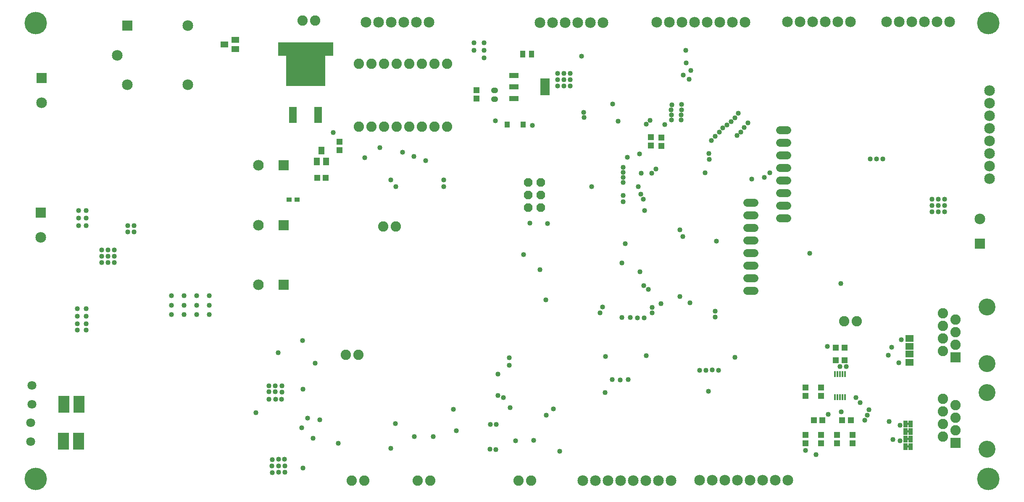
<source format=gbr>
G04 EAGLE Gerber RS-274X export*
G75*
%MOMM*%
%FSLAX34Y34*%
%LPD*%
%INSoldermask Bottom*%
%IPPOS*%
%AMOC8*
5,1,8,0,0,1.08239X$1,22.5*%
G01*
%ADD10R,1.303200X1.203200*%
%ADD11R,1.203200X1.303200*%
%ADD12P,1.897646X8X112.500000*%
%ADD13C,2.082800*%
%ADD14R,2.082800X2.082800*%
%ADD15C,3.403200*%
%ADD16C,1.803400*%
%ADD17R,2.153200X2.153200*%
%ADD18C,2.153200*%
%ADD19R,0.838200X1.473200*%
%ADD20R,1.603200X1.203200*%
%ADD21R,1.498600X3.302000*%
%ADD22R,1.203200X1.603200*%
%ADD23C,2.133600*%
%ADD24R,2.133600X2.133600*%
%ADD25C,1.625600*%
%ADD26R,0.453200X1.303200*%
%ADD27C,0.925344*%
%ADD28R,1.003200X1.403200*%
%ADD29R,1.102359X1.224281*%
%ADD30R,1.963200X1.133200*%
%ADD31R,1.963200X3.393200*%
%ADD32R,2.235200X3.378200*%
%ADD33R,1.103200X0.903200*%
%ADD34C,1.016000*%
%ADD35C,4.519200*%

G36*
X623381Y833513D02*
X623381Y833513D01*
X623447Y833515D01*
X623490Y833533D01*
X623537Y833541D01*
X623594Y833575D01*
X623654Y833600D01*
X623689Y833631D01*
X623730Y833656D01*
X623772Y833707D01*
X623820Y833751D01*
X623842Y833793D01*
X623871Y833830D01*
X623892Y833892D01*
X623923Y833951D01*
X623931Y834005D01*
X623943Y834042D01*
X623942Y834082D01*
X623950Y834136D01*
X623950Y894462D01*
X639064Y894462D01*
X639129Y894473D01*
X639195Y894475D01*
X639238Y894493D01*
X639285Y894501D01*
X639342Y894535D01*
X639402Y894560D01*
X639437Y894591D01*
X639478Y894616D01*
X639520Y894667D01*
X639568Y894711D01*
X639590Y894753D01*
X639619Y894790D01*
X639640Y894852D01*
X639671Y894911D01*
X639679Y894965D01*
X639691Y895002D01*
X639690Y895042D01*
X639698Y895096D01*
X639698Y920496D01*
X639687Y920561D01*
X639685Y920627D01*
X639667Y920670D01*
X639659Y920717D01*
X639625Y920774D01*
X639600Y920834D01*
X639569Y920869D01*
X639544Y920910D01*
X639493Y920952D01*
X639449Y921000D01*
X639407Y921022D01*
X639370Y921051D01*
X639308Y921072D01*
X639249Y921103D01*
X639195Y921111D01*
X639158Y921123D01*
X639118Y921122D01*
X639064Y921130D01*
X529336Y921130D01*
X529271Y921119D01*
X529205Y921117D01*
X529162Y921099D01*
X529115Y921091D01*
X529058Y921057D01*
X528998Y921032D01*
X528963Y921001D01*
X528922Y920976D01*
X528881Y920925D01*
X528832Y920881D01*
X528810Y920839D01*
X528781Y920802D01*
X528760Y920740D01*
X528729Y920681D01*
X528721Y920627D01*
X528709Y920590D01*
X528710Y920550D01*
X528702Y920496D01*
X528702Y894588D01*
X528713Y894523D01*
X528715Y894457D01*
X528733Y894414D01*
X528741Y894367D01*
X528775Y894310D01*
X528800Y894250D01*
X528831Y894215D01*
X528856Y894174D01*
X528907Y894133D01*
X528951Y894084D01*
X528993Y894062D01*
X529030Y894033D01*
X529092Y894012D01*
X529151Y893981D01*
X529205Y893973D01*
X529242Y893961D01*
X529282Y893962D01*
X529336Y893954D01*
X544958Y893954D01*
X544958Y834136D01*
X544969Y834071D01*
X544971Y834005D01*
X544989Y833962D01*
X544997Y833915D01*
X545031Y833858D01*
X545056Y833798D01*
X545087Y833763D01*
X545112Y833722D01*
X545163Y833681D01*
X545207Y833632D01*
X545249Y833610D01*
X545286Y833581D01*
X545348Y833560D01*
X545407Y833529D01*
X545461Y833521D01*
X545498Y833509D01*
X545538Y833510D01*
X545592Y833502D01*
X623316Y833502D01*
X623381Y833513D01*
G37*
G36*
X1800290Y149237D02*
X1800290Y149237D01*
X1800356Y149239D01*
X1800399Y149257D01*
X1800446Y149265D01*
X1800503Y149299D01*
X1800563Y149324D01*
X1800598Y149355D01*
X1800639Y149380D01*
X1800681Y149431D01*
X1800729Y149475D01*
X1800751Y149517D01*
X1800780Y149554D01*
X1800801Y149616D01*
X1800832Y149675D01*
X1800840Y149729D01*
X1800852Y149766D01*
X1800851Y149806D01*
X1800859Y149860D01*
X1800859Y152400D01*
X1800848Y152465D01*
X1800846Y152531D01*
X1800828Y152574D01*
X1800820Y152621D01*
X1800786Y152678D01*
X1800761Y152738D01*
X1800730Y152773D01*
X1800705Y152814D01*
X1800654Y152856D01*
X1800610Y152904D01*
X1800568Y152926D01*
X1800531Y152955D01*
X1800469Y152976D01*
X1800410Y153007D01*
X1800356Y153015D01*
X1800319Y153027D01*
X1800279Y153026D01*
X1800225Y153034D01*
X1796415Y153034D01*
X1796350Y153023D01*
X1796284Y153021D01*
X1796241Y153003D01*
X1796194Y152995D01*
X1796137Y152961D01*
X1796077Y152936D01*
X1796042Y152905D01*
X1796001Y152880D01*
X1795960Y152829D01*
X1795911Y152785D01*
X1795889Y152743D01*
X1795860Y152706D01*
X1795839Y152644D01*
X1795808Y152585D01*
X1795800Y152531D01*
X1795788Y152494D01*
X1795788Y152491D01*
X1795789Y152454D01*
X1795781Y152400D01*
X1795781Y149860D01*
X1795792Y149795D01*
X1795794Y149729D01*
X1795812Y149686D01*
X1795820Y149639D01*
X1795854Y149582D01*
X1795879Y149522D01*
X1795910Y149487D01*
X1795935Y149446D01*
X1795986Y149405D01*
X1796030Y149356D01*
X1796072Y149334D01*
X1796109Y149305D01*
X1796171Y149284D01*
X1796230Y149253D01*
X1796284Y149245D01*
X1796321Y149233D01*
X1796361Y149234D01*
X1796415Y149226D01*
X1800225Y149226D01*
X1800290Y149237D01*
G37*
G36*
X1800290Y133997D02*
X1800290Y133997D01*
X1800356Y133999D01*
X1800399Y134017D01*
X1800446Y134025D01*
X1800503Y134059D01*
X1800563Y134084D01*
X1800598Y134115D01*
X1800639Y134140D01*
X1800681Y134191D01*
X1800729Y134235D01*
X1800751Y134277D01*
X1800780Y134314D01*
X1800801Y134376D01*
X1800832Y134435D01*
X1800840Y134489D01*
X1800852Y134526D01*
X1800851Y134566D01*
X1800859Y134620D01*
X1800859Y137160D01*
X1800848Y137225D01*
X1800846Y137291D01*
X1800828Y137334D01*
X1800820Y137381D01*
X1800786Y137438D01*
X1800761Y137498D01*
X1800730Y137533D01*
X1800705Y137574D01*
X1800654Y137616D01*
X1800610Y137664D01*
X1800568Y137686D01*
X1800531Y137715D01*
X1800469Y137736D01*
X1800410Y137767D01*
X1800356Y137775D01*
X1800319Y137787D01*
X1800279Y137786D01*
X1800225Y137794D01*
X1796415Y137794D01*
X1796350Y137783D01*
X1796284Y137781D01*
X1796241Y137763D01*
X1796194Y137755D01*
X1796137Y137721D01*
X1796077Y137696D01*
X1796042Y137665D01*
X1796001Y137640D01*
X1795960Y137589D01*
X1795911Y137545D01*
X1795889Y137503D01*
X1795860Y137466D01*
X1795839Y137404D01*
X1795808Y137345D01*
X1795800Y137291D01*
X1795788Y137254D01*
X1795788Y137251D01*
X1795789Y137214D01*
X1795781Y137160D01*
X1795781Y134620D01*
X1795792Y134555D01*
X1795794Y134489D01*
X1795812Y134446D01*
X1795820Y134399D01*
X1795854Y134342D01*
X1795879Y134282D01*
X1795910Y134247D01*
X1795935Y134206D01*
X1795986Y134165D01*
X1796030Y134116D01*
X1796072Y134094D01*
X1796109Y134065D01*
X1796171Y134044D01*
X1796230Y134013D01*
X1796284Y134005D01*
X1796321Y133993D01*
X1796361Y133994D01*
X1796415Y133986D01*
X1800225Y133986D01*
X1800290Y133997D01*
G37*
G36*
X1800290Y118757D02*
X1800290Y118757D01*
X1800356Y118759D01*
X1800399Y118777D01*
X1800446Y118785D01*
X1800503Y118819D01*
X1800563Y118844D01*
X1800598Y118875D01*
X1800639Y118900D01*
X1800681Y118951D01*
X1800729Y118995D01*
X1800751Y119037D01*
X1800780Y119074D01*
X1800801Y119136D01*
X1800832Y119195D01*
X1800840Y119249D01*
X1800852Y119286D01*
X1800851Y119326D01*
X1800859Y119380D01*
X1800859Y121920D01*
X1800848Y121985D01*
X1800846Y122051D01*
X1800828Y122094D01*
X1800820Y122141D01*
X1800786Y122198D01*
X1800761Y122258D01*
X1800730Y122293D01*
X1800705Y122334D01*
X1800654Y122376D01*
X1800610Y122424D01*
X1800568Y122446D01*
X1800531Y122475D01*
X1800469Y122496D01*
X1800410Y122527D01*
X1800356Y122535D01*
X1800319Y122547D01*
X1800279Y122546D01*
X1800225Y122554D01*
X1796415Y122554D01*
X1796350Y122543D01*
X1796284Y122541D01*
X1796241Y122523D01*
X1796194Y122515D01*
X1796137Y122481D01*
X1796077Y122456D01*
X1796042Y122425D01*
X1796001Y122400D01*
X1795960Y122349D01*
X1795911Y122305D01*
X1795889Y122263D01*
X1795860Y122226D01*
X1795839Y122164D01*
X1795808Y122105D01*
X1795800Y122051D01*
X1795788Y122014D01*
X1795788Y122011D01*
X1795789Y121974D01*
X1795781Y121920D01*
X1795781Y119380D01*
X1795792Y119315D01*
X1795794Y119249D01*
X1795812Y119206D01*
X1795820Y119159D01*
X1795854Y119102D01*
X1795879Y119042D01*
X1795910Y119007D01*
X1795935Y118966D01*
X1795986Y118925D01*
X1796030Y118876D01*
X1796072Y118854D01*
X1796109Y118825D01*
X1796171Y118804D01*
X1796230Y118773D01*
X1796284Y118765D01*
X1796321Y118753D01*
X1796361Y118754D01*
X1796415Y118746D01*
X1800225Y118746D01*
X1800290Y118757D01*
G37*
G36*
X1800290Y103517D02*
X1800290Y103517D01*
X1800356Y103519D01*
X1800399Y103537D01*
X1800446Y103545D01*
X1800503Y103579D01*
X1800563Y103604D01*
X1800598Y103635D01*
X1800639Y103660D01*
X1800681Y103711D01*
X1800729Y103755D01*
X1800751Y103797D01*
X1800780Y103834D01*
X1800801Y103896D01*
X1800832Y103955D01*
X1800840Y104009D01*
X1800852Y104046D01*
X1800851Y104086D01*
X1800859Y104140D01*
X1800859Y106680D01*
X1800848Y106745D01*
X1800846Y106811D01*
X1800828Y106854D01*
X1800820Y106901D01*
X1800786Y106958D01*
X1800761Y107018D01*
X1800730Y107053D01*
X1800705Y107094D01*
X1800654Y107136D01*
X1800610Y107184D01*
X1800568Y107206D01*
X1800531Y107235D01*
X1800469Y107256D01*
X1800410Y107287D01*
X1800356Y107295D01*
X1800319Y107307D01*
X1800279Y107306D01*
X1800225Y107314D01*
X1796415Y107314D01*
X1796350Y107303D01*
X1796284Y107301D01*
X1796241Y107283D01*
X1796194Y107275D01*
X1796137Y107241D01*
X1796077Y107216D01*
X1796042Y107185D01*
X1796001Y107160D01*
X1795960Y107109D01*
X1795911Y107065D01*
X1795889Y107023D01*
X1795860Y106986D01*
X1795839Y106924D01*
X1795808Y106865D01*
X1795800Y106811D01*
X1795788Y106774D01*
X1795788Y106771D01*
X1795789Y106734D01*
X1795781Y106680D01*
X1795781Y104140D01*
X1795792Y104075D01*
X1795794Y104009D01*
X1795812Y103966D01*
X1795820Y103919D01*
X1795854Y103862D01*
X1795879Y103802D01*
X1795910Y103767D01*
X1795935Y103726D01*
X1795986Y103685D01*
X1796030Y103636D01*
X1796072Y103614D01*
X1796109Y103585D01*
X1796171Y103564D01*
X1796230Y103533D01*
X1796284Y103525D01*
X1796321Y103513D01*
X1796361Y103514D01*
X1796415Y103506D01*
X1800225Y103506D01*
X1800290Y103517D01*
G37*
D10*
X1652660Y279400D03*
X1669660Y279400D03*
D11*
X1591310Y207400D03*
X1591310Y224400D03*
D10*
X1652660Y304800D03*
X1669660Y304800D03*
D11*
X1623060Y207400D03*
X1623060Y224400D03*
D12*
X1057910Y588010D03*
X1032510Y588010D03*
X1057910Y613410D03*
X1032510Y613410D03*
X1057910Y638810D03*
X1032510Y638810D03*
D13*
X809752Y36576D03*
X835152Y36576D03*
X1868170Y201930D03*
X1893570Y189230D03*
X1868170Y176530D03*
X1868170Y151130D03*
X1868170Y125730D03*
X1893570Y163830D03*
X1893570Y138430D03*
D14*
X1893570Y113030D03*
D15*
X1957070Y100330D03*
X1957070Y214630D03*
D13*
X1868170Y374650D03*
X1893570Y361950D03*
X1868170Y349250D03*
X1868170Y323850D03*
X1868170Y298450D03*
X1893570Y336550D03*
X1893570Y311150D03*
D14*
X1893570Y285750D03*
D15*
X1957070Y273050D03*
X1957070Y387350D03*
D16*
X32258Y190340D03*
X32258Y228440D03*
D13*
X603250Y965200D03*
X577850Y965200D03*
X1013460Y36576D03*
X1038860Y36576D03*
D17*
X1943100Y514750D03*
D18*
X1943100Y564750D03*
D17*
X50800Y577450D03*
D18*
X50800Y527450D03*
D16*
X30258Y115440D03*
X30258Y153540D03*
D19*
X1796796Y323850D03*
X1804924Y323850D03*
X1796796Y307340D03*
X1804924Y307340D03*
X1796796Y275590D03*
X1804924Y275590D03*
X1796796Y292100D03*
X1804924Y292100D03*
X1803400Y105410D03*
X1793240Y105410D03*
X1803400Y120650D03*
X1793240Y120650D03*
X1803400Y151130D03*
X1793240Y151130D03*
X1803400Y135890D03*
X1793240Y135890D03*
D17*
X224750Y955350D03*
D18*
X204750Y895350D03*
X224750Y835350D03*
X346750Y835350D03*
X346750Y955350D03*
D20*
X420800Y916940D03*
X442800Y907440D03*
X442800Y926440D03*
D21*
X609600Y774700D03*
X558800Y774700D03*
D11*
X1654810Y129150D03*
X1654810Y112150D03*
D10*
X1682360Y158750D03*
X1665360Y158750D03*
D11*
X1686560Y112150D03*
X1686560Y129150D03*
X1623060Y129150D03*
X1623060Y112150D03*
D10*
X1608210Y158750D03*
X1625210Y158750D03*
D11*
X1591310Y112150D03*
X1591310Y129150D03*
D17*
X52070Y849484D03*
D18*
X52070Y799484D03*
D22*
X615950Y703150D03*
X606450Y681150D03*
X625450Y681150D03*
D10*
X607450Y647700D03*
X624450Y647700D03*
D11*
X652780Y703970D03*
X652780Y720970D03*
D23*
X489350Y431800D03*
D24*
X539350Y431800D03*
D23*
X489350Y552450D03*
D24*
X539350Y552450D03*
D23*
X489350Y673100D03*
D24*
X539350Y673100D03*
D13*
X691642Y878332D03*
X717042Y878332D03*
X742442Y878332D03*
X767842Y878332D03*
X793242Y878332D03*
X818642Y878332D03*
X844042Y878332D03*
X869442Y878332D03*
X869442Y751332D03*
X844042Y751332D03*
X818642Y751332D03*
X793242Y751332D03*
X767842Y751332D03*
X742442Y751332D03*
X717042Y751332D03*
X691642Y751332D03*
D25*
X1473962Y598170D02*
X1488186Y598170D01*
X1488186Y572770D02*
X1473962Y572770D01*
X1473962Y547370D02*
X1488186Y547370D01*
X1488186Y521970D02*
X1473962Y521970D01*
X1473962Y496570D02*
X1488186Y496570D01*
X1488186Y471170D02*
X1473962Y471170D01*
X1473962Y445770D02*
X1488186Y445770D01*
X1488186Y420370D02*
X1473962Y420370D01*
X1539748Y744220D02*
X1553972Y744220D01*
X1553972Y718820D02*
X1539748Y718820D01*
X1539748Y693420D02*
X1553972Y693420D01*
X1553972Y668020D02*
X1539748Y668020D01*
X1539748Y642620D02*
X1553972Y642620D01*
X1553972Y617220D02*
X1539748Y617220D01*
X1539748Y591820D02*
X1553972Y591820D01*
X1553972Y566420D02*
X1539748Y566420D01*
D26*
X1650985Y251190D03*
X1655985Y251190D03*
X1660985Y251190D03*
X1665985Y251190D03*
X1671035Y251190D03*
X1671035Y204940D03*
X1665985Y204940D03*
X1660985Y204940D03*
X1655985Y204940D03*
X1650985Y204940D03*
D18*
X1142444Y36456D03*
X1167844Y36456D03*
X1193244Y36456D03*
X1218644Y36456D03*
X1244044Y36456D03*
X1269444Y36456D03*
X1294844Y36456D03*
X1320244Y36456D03*
X1377996Y36980D03*
X1403396Y36980D03*
X1428796Y36980D03*
X1454196Y36980D03*
X1479596Y36980D03*
X1504996Y36980D03*
X1530396Y36980D03*
X1555796Y36980D03*
D13*
X1694434Y358140D03*
X1669034Y358140D03*
D27*
X966074Y806076D02*
X962294Y806076D01*
X962294Y807840D01*
X966074Y807840D01*
X966074Y806076D01*
X966074Y823856D02*
X962294Y823856D01*
X962294Y825620D01*
X966074Y825620D01*
X966074Y823856D01*
D28*
X1021224Y897128D03*
X1039224Y897128D03*
D29*
X1022604Y754888D03*
X989914Y754888D03*
D30*
X1004054Y808088D03*
X1004054Y831088D03*
X1004054Y854088D03*
D31*
X1066554Y831088D03*
D11*
X928624Y807348D03*
X928624Y824348D03*
X1279398Y729860D03*
X1279398Y712860D03*
X1301242Y729352D03*
X1301242Y712352D03*
D18*
X1754954Y962876D03*
X1780354Y962876D03*
X1805754Y962876D03*
X1831154Y962876D03*
X1856554Y962876D03*
X1881954Y962876D03*
X1962500Y824000D03*
X1962500Y798600D03*
X1962500Y773200D03*
X1962500Y747800D03*
X1962500Y722400D03*
X1962500Y697000D03*
X1962500Y671600D03*
X1962500Y646200D03*
D32*
X97028Y190754D03*
X127508Y190754D03*
X96266Y116332D03*
X126746Y116332D03*
D13*
X766064Y549910D03*
X740664Y549910D03*
D18*
X1291554Y961834D03*
X1316954Y961834D03*
X1342354Y961834D03*
X1367754Y961834D03*
X1393154Y961834D03*
X1418554Y961834D03*
X1443954Y961834D03*
X1469354Y961834D03*
X1055892Y960870D03*
X1081292Y960870D03*
X1106692Y960870D03*
X1132092Y960870D03*
X1157492Y960870D03*
X1182892Y960870D03*
X832344Y961910D03*
X806944Y961910D03*
X781544Y961910D03*
X756144Y961910D03*
X730744Y961910D03*
X705344Y961910D03*
X1555256Y962394D03*
X1580656Y962394D03*
X1606056Y962394D03*
X1631456Y962394D03*
X1656856Y962394D03*
X1682256Y962394D03*
D33*
X550546Y604012D03*
X566546Y604012D03*
D13*
X665480Y290830D03*
X690880Y290830D03*
X702310Y36322D03*
X676910Y36322D03*
D34*
X1036320Y556260D03*
X1600200Y495300D03*
X1662430Y434340D03*
X1635760Y307340D03*
X1409700Y367030D03*
X1409700Y378460D03*
X1187704Y214376D03*
X1395476Y217170D03*
X1260602Y657098D03*
X1267460Y581914D03*
X1350010Y905256D03*
X577596Y319532D03*
X1722120Y685800D03*
X1734820Y685800D03*
X1747520Y685800D03*
X1307338Y755142D03*
X1214120Y762000D03*
X1160780Y629920D03*
X1227836Y515112D03*
X1221740Y475742D03*
X1023620Y492760D03*
X1056640Y462280D03*
X966724Y762508D03*
X1483360Y645160D03*
X1389380Y657860D03*
X1448816Y285750D03*
X1270094Y288826D03*
X971804Y208534D03*
X887984Y137414D03*
X755904Y101854D03*
X956310Y150114D03*
X1095756Y96012D03*
X1591310Y97790D03*
X1612900Y88900D03*
X994156Y284480D03*
X994410Y269240D03*
X955548Y99568D03*
X1069340Y168656D03*
X996442Y183896D03*
X971550Y251714D03*
X982980Y203708D03*
X968502Y149860D03*
X967740Y99314D03*
D35*
X1960000Y40000D03*
X1960000Y960000D03*
D34*
X765048Y151384D03*
X1412240Y519938D03*
X1139952Y893318D03*
X1202436Y796544D03*
X1351280Y879348D03*
X579120Y220726D03*
X578612Y61722D03*
X575818Y142748D03*
X1071372Y555498D03*
X1661160Y266700D03*
X1358392Y395224D03*
X1673860Y266700D03*
X1338580Y407924D03*
X1767840Y119380D03*
X1715770Y168910D03*
X1779016Y274320D03*
X1781810Y116840D03*
X1719072Y179832D03*
X1637030Y170180D03*
X1758442Y289560D03*
X1759458Y156210D03*
X1701800Y194310D03*
X1663700Y175260D03*
X1765300Y305816D03*
X1781810Y148590D03*
X1692910Y204470D03*
X1710690Y158750D03*
X1784096Y321056D03*
X1232154Y689102D03*
X1068324Y401320D03*
X1221740Y366014D03*
X1187958Y286766D03*
X1266444Y364744D03*
X1233678Y240538D03*
X1252982Y365252D03*
X1218184Y240030D03*
X1238504Y365760D03*
X1202182Y240284D03*
X1041400Y753364D03*
X1104900Y858520D03*
X1104900Y845820D03*
X1092200Y858520D03*
X1092200Y845820D03*
X1092200Y833120D03*
X1104900Y833120D03*
X1117600Y833120D03*
X1117600Y858520D03*
X1117600Y845820D03*
X1846580Y604520D03*
X1859280Y604520D03*
X1871980Y604520D03*
X1871980Y591820D03*
X1859280Y591820D03*
X1846580Y591820D03*
X1846580Y579120D03*
X1859280Y579120D03*
X1871980Y579120D03*
X640080Y739140D03*
X1224280Y612140D03*
X1274572Y422402D03*
X1416050Y258826D03*
X1265682Y429768D03*
X1403096Y259588D03*
X1258062Y457708D03*
X1390396Y259334D03*
X1299972Y393700D03*
X1377696Y259080D03*
X198628Y502412D03*
X185928Y489712D03*
X173228Y477012D03*
X173228Y502412D03*
X198628Y477012D03*
X198628Y489712D03*
X185928Y502412D03*
X185928Y477012D03*
X173228Y489712D03*
X599440Y121920D03*
X650240Y111760D03*
X943610Y890270D03*
X923290Y905510D03*
X923290Y920750D03*
X943610Y905510D03*
X703580Y688340D03*
X734060Y708660D03*
X529082Y294640D03*
X483870Y173736D03*
X943610Y920750D03*
X1254760Y629920D03*
X1083310Y181610D03*
X1007364Y117094D03*
X1259840Y614680D03*
X1043940Y118110D03*
X1264920Y604520D03*
X755650Y643890D03*
X862330Y643890D03*
X1144270Y779780D03*
X1278382Y763524D03*
X313690Y409702D03*
X339090Y409702D03*
X364490Y409702D03*
X389890Y409702D03*
X389890Y390652D03*
X364490Y390652D03*
X339090Y390652D03*
X313690Y390652D03*
X313690Y371602D03*
X339090Y371602D03*
X364490Y371602D03*
X389890Y371602D03*
X765810Y629920D03*
X862330Y629920D03*
X1145540Y769620D03*
X1270762Y755904D03*
X603504Y273304D03*
X587756Y162560D03*
X1257300Y695960D03*
X881888Y180340D03*
X1290320Y665480D03*
X840994Y125730D03*
X1281430Y657098D03*
X803148Y125222D03*
X1360170Y864108D03*
X1344930Y855472D03*
X1357122Y846328D03*
X1282446Y375158D03*
X1177290Y375412D03*
X612902Y159004D03*
X1281938Y386334D03*
X1182624Y387350D03*
X1224280Y599440D03*
X1224280Y638462D03*
X1224280Y668942D03*
X779780Y699516D03*
X1224280Y658782D03*
X802640Y690880D03*
X1224280Y648622D03*
X826008Y682498D03*
X1475740Y758698D03*
X1455928Y778002D03*
X1341882Y795528D03*
X1321816Y795274D03*
X1468120Y749300D03*
X1448816Y768858D03*
X1341628Y785114D03*
X1320546Y785114D03*
X1519682Y657860D03*
X1461008Y740156D03*
X1441450Y761492D03*
X1341120Y774954D03*
X1321054Y774954D03*
X1508760Y648970D03*
X1453388Y733298D03*
X1433068Y754634D03*
X1340866Y764540D03*
X1321054Y764540D03*
X1424940Y748284D03*
X1418082Y740156D03*
X1409700Y731266D03*
X1401826Y723138D03*
X1397762Y685038D03*
X1344422Y529082D03*
X1397000Y696976D03*
X1337818Y543052D03*
X510540Y227838D03*
X523240Y227838D03*
X536194Y228092D03*
X510286Y215646D03*
X523240Y215646D03*
X536194Y215392D03*
X510540Y200660D03*
X523748Y200660D03*
X535940Y200406D03*
X516890Y78994D03*
X529336Y79248D03*
X541274Y79502D03*
X542544Y66294D03*
X529590Y66294D03*
X516382Y65786D03*
X516890Y52578D03*
X529590Y53086D03*
X542290Y53340D03*
D35*
X40000Y40000D03*
X40000Y960000D03*
D34*
X127000Y581660D03*
X127000Y566420D03*
X127000Y551180D03*
X142240Y551180D03*
X142240Y566420D03*
X142240Y581660D03*
X226060Y538480D03*
X238760Y538480D03*
X226060Y551180D03*
X238760Y551180D03*
X124460Y383540D03*
X142240Y383540D03*
X142240Y368300D03*
X124460Y368300D03*
X124460Y353060D03*
X142240Y353060D03*
X142240Y340360D03*
X124460Y340360D03*
M02*

</source>
